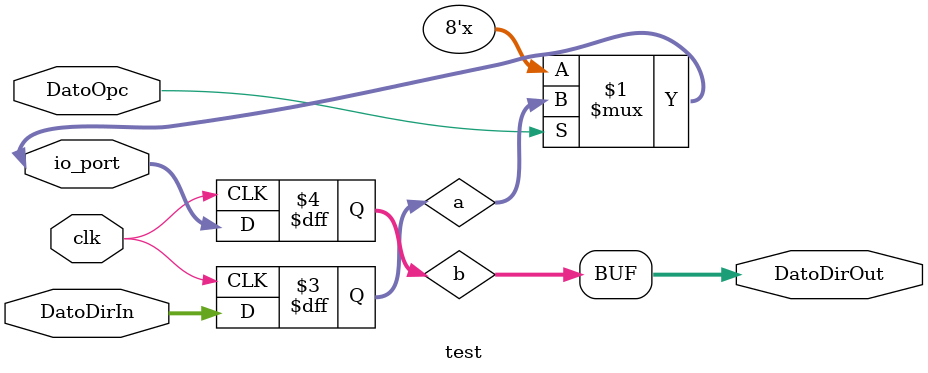
<source format=v>
`timescale 1ns / 1ps
module test(
    input  clk,      // The standard clock
    input  DatoOpc,  // Direction of io, 1 = set output, 0 = read input
    input [7:0] DatoDirIn,    // Data to send out when direction is 1
    output[7:0] DatoDirOut,   // Result of input pin when direction is 0
    inout [7:0] io_port     // The i/o port to send data through
    );

    reg [7:0] a, b;    

    assign io_port  = DatoOpc ? a : 8'bz;
    assign DatoDirOut = b;

    always @ (posedge clk)
    begin
       b <= io_port;
       a <= DatoDirIn;
    end
endmodule

</source>
